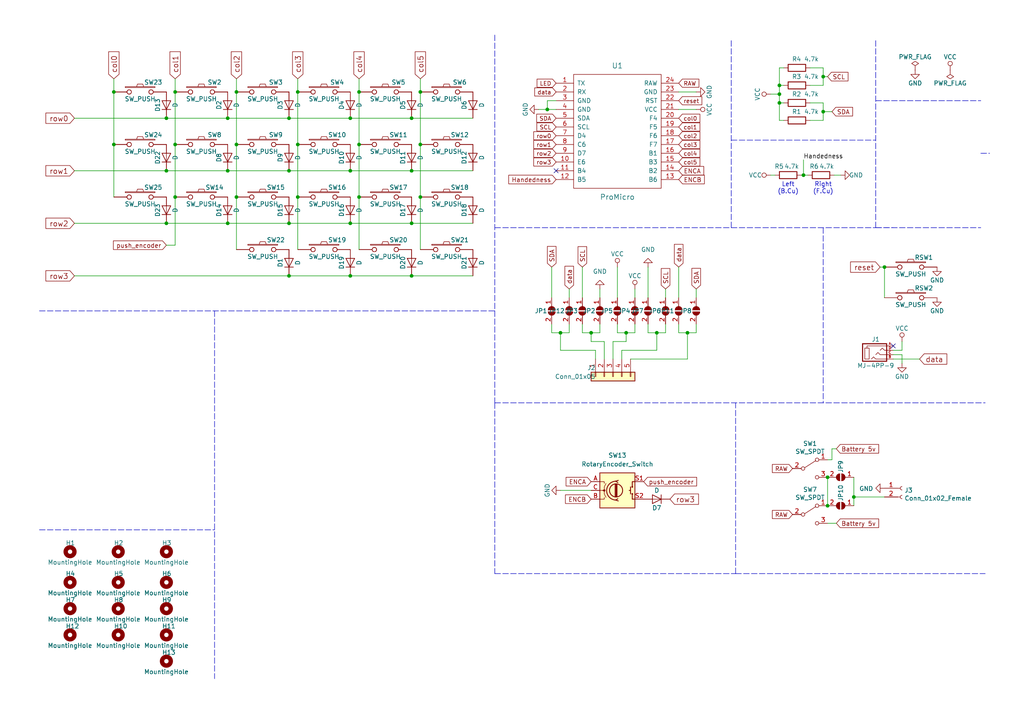
<source format=kicad_sch>
(kicad_sch (version 20231120) (generator "eeschema") (generator_version "8.0")
  (paper "A4")
  (title_block (title "Chocofi") (date "2023-04-17") (rev "0.2") (company "pashutk & krikun98 & vaarai & chukozor"))
  (lib_symbols
    (symbol "Connector:Conn_01x02_Female" (pin_names (offset 1.016) hide)
      (property "Reference" "J" (at 0 2.54 0))
      (property "Value" "Conn_01x02_Female" (at 0 -5.08 0))
      (symbol "Conn_01x02_Female_1_1"
        (pin passive line (at -5.08 0 0) (length 3.81) (name "Pin_1") (number "1"))
        (pin passive line (at -5.08 -2.54 0) (length 3.81) (name "Pin_2") (number "2"))
      )
    )
    (symbol "Connector_Generic:Conn_01x05" (pin_names (offset 1.016) hide)
      (property "Reference" "J" (at 0 7.62 0))
      (property "Value" "Conn_01x05" (at 0 -7.62 0))
      (symbol "Conn_01x05_1_1"
        (pin passive line (at -5.08 5.08 0) (length 3.81) (name "Pin_1") (number "1"))
        (pin passive line (at -5.08 2.54 0) (length 3.81) (name "Pin_2") (number "2"))
        (pin passive line (at -5.08 0 0) (length 3.81) (name "Pin_3") (number "3"))
        (pin passive line (at -5.08 -2.54 0) (length 3.81) (name "Pin_4") (number "4"))
        (pin passive line (at -5.08 -5.08 0) (length 3.81) (name "Pin_5") (number "5"))
      )
    )
    (symbol "Device:R" (pin_numbers hide) (pin_names (offset 0))
      (property "Reference" "R" (at 2.032 0 90))
      (property "Value" "R" (at 0 0 90))
      (symbol "R_1_1"
        (pin passive line (at 0 3.81 270) (length 1.27) (name "~") (number "1"))
        (pin passive line (at 0 -3.81 90) (length 1.27) (name "~") (number "2"))
      )
    )
    (symbol "Device:RotaryEncoder_Switch" (pin_names (offset 0.254) hide)
      (property "Reference" "SW" (at 0 6.604 0))
      (property "Value" "RotaryEncoder_Switch" (at 0 -6.604 0))
      (symbol "RotaryEncoder_Switch_1_1"
        (pin passive line (at -7.62 2.54 0) (length 2.54) (name "A") (number "A"))
        (pin passive line (at -7.62 -2.54 0) (length 2.54) (name "B") (number "B"))
        (pin passive line (at -7.62 0 0) (length 2.54) (name "C") (number "C"))
        (pin passive line (at 7.62 2.54 180) (length 2.54) (name "S1") (number "S1"))
        (pin passive line (at 7.62 -2.54 180) (length 2.54) (name "S2") (number "S2"))
      )
    )
    (symbol "Jumper:SolderJumper_2_Open" (pin_names (offset 0) hide)
      (property "Reference" "JP" (at 0 2.032 0))
      (property "Value" "SolderJumper_2_Open" (at 0 -2.54 0))
      (symbol "SolderJumper_2_Open_1_1"
        (pin passive line (at -3.81 0 0) (length 2.54) (name "A") (number "1"))
        (pin passive line (at 3.81 0 180) (length 2.54) (name "B") (number "2"))
      )
    )
    (symbol "Mechanical:MountingHole" (pin_names (offset 1.016)) (exclude_from_sim yes) (in_bom no)
      (property "Reference" "H" (at 0 5.08 0))
      (property "Value" "MountingHole" (at 0 3.175 0))
    )
    (symbol "MountingHole_1" (pin_numbers hide) (pin_names (offset 1.016) hide) (exclude_from_sim yes) (in_bom no)
      (property "Reference" "H" (at 0 5.08 0))
      (property "Value" "MountingHole" (at 0 3.175 0))
    )
    (symbol "Switch:SW_SPDT" (pin_names (offset 0) hide)
      (property "Reference" "SW" (at 0 4.318 0))
      (property "Value" "SW_SPDT" (at 0 -5.08 0))
      (symbol "SW_SPDT_1_1"
        (pin passive line (at 5.08 2.54 180) (length 2.54) (name "A") (number "1"))
        (pin passive line (at -5.08 0 0) (length 2.54) (name "B") (number "2"))
        (pin passive line (at 5.08 -2.54 180) (length 2.54) (name "C") (number "3"))
      )
    )
    (symbol "chocofi-rescue:D-Device" (pin_numbers hide) (pin_names (offset 1.016) hide)
      (property "Reference" "D" (at 0 2.54 0))
      (property "Value" "Device_D" (at 0 -2.54 0))
      (symbol "D-Device_1_1"
        (pin passive line (at -3.81 0 0) (length 2.54) (name "K") (number "1"))
        (pin passive line (at 3.81 0 180) (length 2.54) (name "A") (number "2"))
      )
    )
    (symbol "chocofi-rescue:GND-power" (power) (pin_names (offset 0))
      (property "Value" "GND-power" (at 0 -3.81 0))
      (symbol "GND-power_1_1"
        (pin power_in line (at 0 0 270) (length 0) hide (name "GND") (number "1"))
      )
    )
    (symbol "chocofi-rescue:MJ-4PP-9-kbd-corne-light-rescue" (pin_names (offset 1.016))
      (property "Reference" "J" (at 0 3.81 0))
      (property "Value" "corne-light-rescue_MJ-4PP-9-kbd" (at 0 -3.81 0))
      (symbol "MJ-4PP-9-kbd-corne-light-rescue_1_1"
        (pin input line (at 5.08 1.905 180) (length 2.0066) (name "~") (number "A"))
        (pin input line (at 5.08 -1.905 180) (length 2.0066) (name "~") (number "B"))
        (pin input line (at 5.08 -0.635 180) (length 2.0066) (name "~") (number "C"))
        (pin input line (at 5.08 0.635 180) (length 2.0066) (name "~") (number "D"))
      )
    )
    (symbol "chocofi-rescue:PWR_FLAG-power" (power) (pin_numbers hide) (pin_names (offset 0) hide)
      (property "Value" "PWR_FLAG-power" (at 0 3.81 0))
      (symbol "PWR_FLAG-power_0_0"
        (pin power_out line (at 0 0 90) (length 0) (name "pwr") (number "1"))
      )
    )
    (symbol "chocofi-rescue:SW_PUSH-kbd-corne-light-rescue" (pin_numbers hide) (pin_names (offset 1.016) hide)
      (property "Reference" "SW" (at 3.81 2.794 0))
      (property "Value" "corne-light-rescue_SW_PUSH-kbd" (at 0 -2.032 0))
      (symbol "SW_PUSH-kbd-corne-light-rescue_0_1"
        (pin passive inverted (at -7.62 0 0) (length 5.08) (name "1") (number "1"))
        (pin passive inverted (at 7.62 0 180) (length 5.08) (name "2") (number "2"))
      )
    )
    (symbol "chocofi-rescue:VCC-power" (power) (pin_names (offset 0))
      (property "Value" "VCC-power" (at 0 3.81 0))
      (symbol "VCC-power_1_1"
        (pin power_in line (at 0 0 90) (length 0) hide (name "VCC") (number "1"))
      )
    )
    (symbol "corne-light-rescue:ProMicro-kbd" (pin_names (offset 1.016))
      (property "Reference" "U" (at 0 24.13 0))
      (property "Value" "ProMicro-kbd" (at 0 -13.97 0))
      (symbol "ProMicro-kbd_1_1"
        (pin bidirectional line (at -17.78 19.05 0) (length 5.08) (name "TX") (number "1"))
        (pin bidirectional line (at -17.78 -3.81 0) (length 5.08) (name "E6") (number "10"))
        (pin bidirectional line (at -17.78 -6.35 0) (length 5.08) (name "B4") (number "11"))
        (pin bidirectional line (at -17.78 -8.89 0) (length 5.08) (name "B5") (number "12"))
        (pin bidirectional line (at 17.78 -8.89 180) (length 5.08) (name "B6") (number "13"))
        (pin bidirectional line (at 17.78 -6.35 180) (length 5.08) (name "B2") (number "14"))
        (pin bidirectional line (at 17.78 -3.81 180) (length 5.08) (name "B3") (number "15"))
        (pin bidirectional line (at 17.78 -1.27 180) (length 5.08) (name "B1") (number "16"))
        (pin bidirectional line (at 17.78 1.27 180) (length 5.08) (name "F7") (number "17"))
        (pin bidirectional line (at 17.78 3.81 180) (length 5.08) (name "F6") (number "18"))
        (pin bidirectional line (at 17.78 6.35 180) (length 5.08) (name "F5") (number "19"))
        (pin bidirectional line (at -17.78 16.51 0) (length 5.08) (name "RX") (number "2"))
        (pin bidirectional line (at 17.78 8.89 180) (length 5.08) (name "F4") (number "20"))
        (pin power_in line (at 17.78 11.43 180) (length 5.08) (name "VCC") (number "21"))
        (pin input line (at 17.78 13.97 180) (length 5.08) (name "RST") (number "22"))
        (pin power_in line (at 17.78 16.51 180) (length 5.08) (name "GND") (number "23"))
        (pin power_out line (at 17.78 19.05 180) (length 5.08) (name "RAW") (number "24"))
        (pin power_in line (at -17.78 13.97 0) (length 5.08) (name "GND") (number "3"))
        (pin power_in line (at -17.78 11.43 0) (length 5.08) (name "GND") (number "4"))
        (pin bidirectional line (at -17.78 8.89 0) (length 5.08) (name "SDA") (number "5"))
        (pin bidirectional line (at -17.78 6.35 0) (length 5.08) (name "SCL") (number "6"))
        (pin bidirectional line (at -17.78 3.81 0) (length 5.08) (name "D4") (number "7"))
        (pin bidirectional line (at -17.78 1.27 0) (length 5.08) (name "C6") (number "8"))
        (pin bidirectional line (at -17.78 -1.27 0) (length 5.08) (name "D7") (number "9"))
      )
    )
    (symbol "power:GND" (power) (pin_names (offset 0))
      (property "Value" "GND" (at 0 -3.81 0))
      (symbol "GND_1_1"
        (pin power_in line (at 0 0 270) (length 0) hide (name "GND") (number "1"))
      )
    )
  )
  (junction (at 66.04 49.53))
  (junction (at 66.04 64.77))
  (junction (at 68.58 41.91))
  (junction (at 162.56 96.52) (diameter 0.9144))
  (junction (at 233.045 50.8))
  (junction (at 83.82 49.53))
  (junction (at 199.39 96.52))
  (junction (at 226.06 27.305))
  (junction (at 256.54 77.47))
  (junction (at 119.38 49.53))
  (junction (at 119.38 64.77))
  (junction (at 121.92 57.15))
  (junction (at 119.38 80.01))
  (junction (at 83.82 80.01))
  (junction (at 240.03 138.43))
  (junction (at 238.76 22.225))
  (junction (at 158.75 31.75))
  (junction (at 121.92 26.67))
  (junction (at 238.76 32.385))
  (junction (at 86.36 41.91))
  (junction (at 181.61 96.52) (diameter 0.9144))
  (junction (at 121.92 41.91))
  (junction (at 86.36 57.15))
  (junction (at 50.8 57.15))
  (junction (at 50.8 26.67))
  (junction (at 86.36 26.67))
  (junction (at 48.26 64.77))
  (junction (at 104.14 26.67))
  (junction (at 226.06 24.765))
  (junction (at 190.5 96.52) (diameter 0.9144))
  (junction (at 240.03 146.685))
  (junction (at 48.26 34.29))
  (junction (at 226.06 29.845))
  (junction (at 68.58 26.67))
  (junction (at 119.38 34.29))
  (junction (at 171.45 96.52) (diameter 0.9144))
  (junction (at 104.14 41.91))
  (junction (at 101.6 64.77))
  (junction (at 68.58 57.15))
  (junction (at 247.65 144.145))
  (junction (at 48.26 49.53))
  (junction (at 33.02 41.91))
  (junction (at 101.6 49.53))
  (junction (at 83.82 34.29))
  (junction (at 101.6 34.29))
  (junction (at 33.02 26.67))
  (junction (at 101.6 80.01))
  (junction (at 66.04 34.29))
  (junction (at 83.82 64.77))
  (junction (at 50.8 41.91))
  (junction (at 104.14 57.15))
  (no_connect (at 259.08 100.33))
  (no_connect (at 161.29 49.53))
  (wire (pts (xy 201.93 83.82) (xy 201.93 86.36)))
  (wire (pts (xy 175.26 104.14) (xy 175.26 99.06)))
  (polyline (pts (xy 11.43 153.67) (xy 62.23 153.67)) (stroke (width 0) (type dash)))
  (wire (pts (xy 50.8 41.91) (xy 50.8 57.15)))
  (wire (pts (xy 48.26 34.29) (xy 66.04 34.29)))
  (wire (pts (xy 50.8 22.86) (xy 50.8 26.67)))
  (wire (pts (xy 261.62 101.6) (xy 261.62 99.06)))
  (wire (pts (xy 223.52 50.8) (xy 224.79 50.8)))
  (wire (pts (xy 119.38 80.01) (xy 137.16 80.01)))
  (wire (pts (xy 234.95 34.925) (xy 238.76 34.925)))
  (wire (pts (xy 238.76 24.765) (xy 238.76 22.225)))
  (polyline (pts (xy 62.23 90.17) (xy 62.23 196.85)) (stroke (width 0) (type dash)))
  (wire (pts (xy 86.36 57.15) (xy 86.36 72.39)))
  (wire (pts (xy 68.58 57.15) (xy 68.58 72.39)))
  (wire (pts (xy 161.29 29.21) (xy 158.75 29.21)))
  (polyline (pts (xy 254 66.04) (xy 284.48 66.04)) (stroke (width 0) (type dash)))
  (wire (pts (xy 187.96 93.98) (xy 187.96 96.52)))
  (wire (pts (xy 156.21 31.75) (xy 158.75 31.75)))
  (polyline (pts (xy 238.76 66.04) (xy 238.76 116.84)) (stroke (width 0) (type dash)))
  (wire (pts (xy 171.45 99.06) (xy 175.26 99.06)))
  (wire (pts (xy 196.85 96.52) (xy 199.39 96.52)))
  (wire (pts (xy 162.56 101.6) (xy 172.72 101.6)))
  (wire (pts (xy 180.34 101.6) (xy 190.5 101.6)))
  (wire (pts (xy 171.45 96.52) (xy 171.45 99.06)))
  (wire (pts (xy 50.8 71.12) (xy 50.8 57.15)))
  (wire (pts (xy 247.65 144.145) (xy 247.65 146.685)))
  (wire (pts (xy 48.26 64.77) (xy 66.04 64.77)))
  (polyline (pts (xy 143.51 10.16) (xy 143.51 90.17)) (stroke (width 0) (type dash)))
  (wire (pts (xy 66.04 34.29) (xy 83.82 34.29)))
  (wire (pts (xy 160.02 93.98) (xy 160.02 96.52)))
  (wire (pts (xy 259.08 102.87) (xy 261.62 102.87)))
  (polyline (pts (xy 213.36 166.37) (xy 213.36 116.84)) (stroke (width 0) (type dash)))
  (polyline (pts (xy 212.09 40.64) (xy 254 40.64)) (stroke (width 0) (type dash)))
  (wire (pts (xy 171.45 96.52) (xy 173.99 96.52)))
  (wire (pts (xy 68.58 41.91) (xy 68.58 57.15)))
  (wire (pts (xy 190.5 101.6) (xy 190.5 96.52)))
  (wire (pts (xy 181.61 96.52) (xy 184.15 96.52)))
  (wire (pts (xy 160.02 96.52) (xy 162.56 96.52)))
  (wire (pts (xy 233.045 50.8) (xy 233.045 46.355)))
  (wire (pts (xy 232.41 50.8) (xy 233.045 50.8)))
  (wire (pts (xy 101.6 80.01) (xy 119.38 80.01)))
  (wire (pts (xy 196.85 93.98) (xy 196.85 96.52)))
  (wire (pts (xy 259.08 101.6) (xy 261.62 101.6)))
  (wire (pts (xy 101.6 64.77) (xy 119.38 64.77)))
  (wire (pts (xy 104.14 22.86) (xy 104.14 26.67)))
  (wire (pts (xy 180.34 104.14) (xy 180.34 101.6)))
  (wire (pts (xy 226.06 34.925) (xy 227.33 34.925)))
  (wire (pts (xy 226.06 24.765) (xy 227.33 24.765)))
  (wire (pts (xy 226.06 29.845) (xy 226.06 34.925)))
  (wire (pts (xy 238.76 24.765) (xy 234.95 24.765)))
  (wire (pts (xy 187.96 77.47) (xy 187.96 86.36)))
  (wire (pts (xy 168.91 77.47) (xy 168.91 86.36)))
  (wire (pts (xy 68.58 26.67) (xy 68.58 41.91)))
  (wire (pts (xy 201.93 93.98) (xy 201.93 96.52)))
  (wire (pts (xy 121.92 26.67) (xy 121.92 41.91)))
  (wire (pts (xy 121.92 57.15) (xy 121.92 72.39)))
  (wire (pts (xy 190.5 96.52) (xy 193.04 96.52)))
  (wire (pts (xy 86.36 26.67) (xy 86.36 41.91)))
  (wire (pts (xy 238.76 32.385) (xy 241.3 32.385)))
  (wire (pts (xy 83.82 34.29) (xy 101.6 34.29)))
  (wire (pts (xy 199.39 96.52) (xy 201.93 96.52)))
  (wire (pts (xy 101.6 34.29) (xy 119.38 34.29)))
  (polyline (pts (xy 213.36 166.37) (xy 285.75 166.37)) (stroke (width 0) (type dash)))
  (wire (pts (xy 50.8 26.67) (xy 50.8 41.91)))
  (wire (pts (xy 226.06 29.845) (xy 227.33 29.845)))
  (polyline (pts (xy 143.51 66.04) (xy 254 66.04)) (stroke (width 0) (type dash)))
  (wire (pts (xy 226.06 24.765) (xy 226.06 27.305)))
  (wire (pts (xy 160.02 77.47) (xy 160.02 86.36)))
  (wire (pts (xy 179.07 96.52) (xy 181.61 96.52)))
  (wire (pts (xy 256.54 144.145) (xy 247.65 144.145)))
  (wire (pts (xy 83.82 49.53) (xy 101.6 49.53)))
  (wire (pts (xy 48.26 71.12) (xy 50.8 71.12)))
  (wire (pts (xy 66.04 49.53) (xy 83.82 49.53)))
  (polyline (pts (xy 143.51 116.84) (xy 143.51 166.37)) (stroke (width 0) (type dash)))
  (wire (pts (xy 66.04 64.77) (xy 83.82 64.77)))
  (wire (pts (xy 240.03 133.35) (xy 241.3 133.35)))
  (wire (pts (xy 240.03 151.765) (xy 242.57 151.765)))
  (wire (pts (xy 234.95 19.685) (xy 238.76 19.685)))
  (wire (pts (xy 238.76 19.685) (xy 238.76 22.225)))
  (wire (pts (xy 196.85 31.75) (xy 201.93 31.75)))
  (wire (pts (xy 184.15 83.82) (xy 184.15 86.36)))
  (wire (pts (xy 162.56 142.24) (xy 171.45 142.24)))
  (wire (pts (xy 172.72 104.14) (xy 172.72 101.6)))
  (wire (pts (xy 177.8 99.06) (xy 181.61 99.06)))
  (polyline (pts (xy 254 66.04) (xy 259.08 66.04)) (stroke (width 0) (type dash)))
  (wire (pts (xy 33.02 26.67) (xy 33.02 41.91)))
  (wire (pts (xy 121.92 41.91) (xy 121.92 57.15)))
  (wire (pts (xy 162.56 96.52) (xy 165.1 96.52)))
  (wire (pts (xy 173.99 93.98) (xy 173.99 96.52)))
  (wire (pts (xy 196.85 77.47) (xy 196.85 86.36)))
  (polyline (pts (xy 254 29.21) (xy 284.48 29.21)) (stroke (width 0) (type dash)))
  (wire (pts (xy 83.82 80.01) (xy 101.6 80.01)))
  (wire (pts (xy 21.59 49.53) (xy 48.26 49.53)))
  (wire (pts (xy 121.92 22.86) (xy 121.92 26.67)))
  (wire (pts (xy 223.52 27.305) (xy 226.06 27.305)))
  (wire (pts (xy 21.59 34.29) (xy 48.26 34.29)))
  (wire (pts (xy 179.07 93.98) (xy 179.07 96.52)))
  (wire (pts (xy 184.15 93.98) (xy 184.15 96.52)))
  (wire (pts (xy 179.07 77.47) (xy 179.07 86.36)))
  (wire (pts (xy 241.3 130.175) (xy 242.57 130.175)))
  (wire (pts (xy 21.59 64.77) (xy 48.26 64.77)))
  (polyline (pts (xy 143.51 166.37) (xy 213.36 166.37)) (stroke (width 0) (type dash)))
  (wire (pts (xy 168.91 96.52) (xy 171.45 96.52)))
  (wire (pts (xy 259.08 104.14) (xy 266.7 104.14)))
  (wire (pts (xy 21.59 80.01) (xy 83.82 80.01)))
  (wire (pts (xy 256.54 77.47) (xy 256.54 86.36)))
  (wire (pts (xy 119.38 34.29) (xy 137.16 34.29)))
  (wire (pts (xy 241.935 50.8) (xy 243.84 50.8)))
  (wire (pts (xy 261.62 102.87) (xy 261.62 105.41)))
  (wire (pts (xy 233.045 50.8) (xy 234.315 50.8)))
  (wire (pts (xy 226.06 27.305) (xy 226.06 29.845)))
  (wire (pts (xy 226.06 19.685) (xy 227.33 19.685)))
  (wire (pts (xy 241.3 133.35) (xy 241.3 130.175)))
  (wire (pts (xy 158.75 31.75) (xy 161.29 31.75)))
  (wire (pts (xy 162.56 96.52) (xy 162.56 101.6)))
  (wire (pts (xy 119.38 49.53) (xy 137.16 49.53)))
  (wire (pts (xy 104.14 26.67) (xy 104.14 41.91)))
  (polyline (pts (xy 143.51 116.84) (xy 285.75 116.84)) (stroke (width 0) (type dash)))
  (wire (pts (xy 104.14 41.91) (xy 104.14 57.15)))
  (wire (pts (xy 193.04 83.82) (xy 193.04 86.36)))
  (wire (pts (xy 238.76 32.385) (xy 238.76 34.925)))
  (wire (pts (xy 86.36 22.86) (xy 86.36 26.67)))
  (wire (pts (xy 165.1 93.98) (xy 165.1 96.52)))
  (wire (pts (xy 48.26 49.53) (xy 66.04 49.53)))
  (polyline (pts (xy 11.43 90.17) (xy 143.51 90.17)) (stroke (width 0) (type dash)))
  (polyline (pts (xy 284.48 44.45) (xy 287.02 44.45)) (stroke (width 0) (type dash)))
  (polyline (pts (xy 254 66.04) (xy 254 11.43)) (stroke (width 0) (type dash)))
  (wire (pts (xy 196.85 26.67) (xy 201.93 26.67)))
  (wire (pts (xy 247.65 138.43) (xy 247.65 144.145)))
  (wire (pts (xy 173.99 83.82) (xy 173.99 86.36)))
  (wire (pts (xy 193.04 93.98) (xy 193.04 96.52)))
  (wire (pts (xy 104.14 57.15) (xy 104.14 72.39)))
  (wire (pts (xy 33.02 41.91) (xy 33.02 57.15)))
  (wire (pts (xy 255.27 77.47) (xy 256.54 77.47)))
  (wire (pts (xy 177.8 104.14) (xy 177.8 99.06)))
  (wire (pts (xy 238.76 22.225) (xy 240.03 22.225)))
  (wire (pts (xy 182.88 104.14) (xy 199.39 104.14)))
  (wire (pts (xy 238.76 29.845) (xy 234.95 29.845)))
  (wire (pts (xy 33.02 22.86) (xy 33.02 26.67)))
  (wire (pts (xy 168.91 93.98) (xy 168.91 96.52)))
  (wire (pts (xy 187.96 96.52) (xy 190.5 96.52)))
  (wire (pts (xy 68.58 22.86) (xy 68.58 26.67)))
  (wire (pts (xy 101.6 49.53) (xy 119.38 49.53)))
  (wire (pts (xy 226.06 24.765) (xy 226.06 19.685)))
  (wire (pts (xy 181.61 99.06) (xy 181.61 96.52)))
  (wire (pts (xy 238.76 32.385) (xy 238.76 29.845)))
  (polyline (pts (xy 143.51 90.17) (xy 143.51 116.84)) (stroke (width 0) (type dash)))
  (wire (pts (xy 165.1 83.82) (xy 165.1 86.36)))
  (wire (pts (xy 158.75 29.21) (xy 158.75 31.75)))
  (polyline (pts (xy 212.09 66.04) (xy 212.09 11.43)) (stroke (width 0) (type dash)))
  (wire (pts (xy 199.39 104.14) (xy 199.39 96.52)))
  (wire (pts (xy 83.82 64.77) (xy 101.6 64.77)))
  (wire (pts (xy 86.36 41.91) (xy 86.36 57.15)))
  (wire (pts (xy 240.03 138.43) (xy 240.03 146.685)))
  (wire (pts (xy 119.38 64.77) (xy 137.16 64.77)))
  (text "Left\n(B.Cu)" (at 228.6 54.61 0) (effects (font (size 1.27 1.27))))
  (text "Right\n(F.Cu)" (at 238.76 54.61 0) (effects (font (size 1.27 1.27))))
  (label "Handedness" (at 233.045 46.355 0))
  (global_label "Battery 5v" (shape input) (at 242.57 130.175 0) (property "Intersheetrefs" "${INTERSHEET_REFS}" (effects (hide yes))))
  (global_label "row3" (shape input) (at 161.29 46.99 180) (effects (font (size 1.1938 1.1938))) (property "Intersheetrefs" "${INTERSHEET_REFS}" (effects (hide yes))))
  (global_label "row3" (shape input) (at 194.31 144.78 0) (effects (font (size 1.524 1.524))) (property "Intersheetrefs" "${INTERSHEET_REFS}" (effects (hide yes))))
  (global_label "data" (shape input) (at 161.29 26.67 180) (effects (font (size 1.1938 1.1938))) (property "Intersheetrefs" "${INTERSHEET_REFS}" (effects (hide yes))))
  (global_label "push_encoder" (shape input) (at 48.26 71.12 180) (property "Intersheetrefs" "${INTERSHEET_REFS}" (effects (hide yes))))
  (global_label "ENCA" (shape input) (at 171.45 139.7 180) (property "Intersheetrefs" "${INTERSHEET_REFS}" (effects (hide yes))))
  (global_label "Battery 5v" (shape input) (at 242.57 151.765 0) (property "Intersheetrefs" "${INTERSHEET_REFS}" (effects (hide yes))))
  (global_label "col3" (shape input) (at 196.85 41.91 0) (effects (font (size 1.1938 1.1938))) (property "Intersheetrefs" "${INTERSHEET_REFS}" (effects (hide yes))))
  (global_label "data" (shape input) (at 196.85 77.47 90) (property "Intersheetrefs" "${INTERSHEET_REFS}" (effects (hide yes))))
  (global_label "SDA" (shape input) (at 161.29 34.29 180) (effects (font (size 1.1938 1.1938))) (property "Intersheetrefs" "${INTERSHEET_REFS}" (effects (hide yes))))
  (global_label "data" (shape input) (at 165.1 83.82 90) (property "Intersheetrefs" "${INTERSHEET_REFS}" (effects (hide yes))))
  (global_label "col0" (shape input) (at 33.02 22.86 90) (effects (font (size 1.524 1.524))) (property "Intersheetrefs" "${INTERSHEET_REFS}" (effects (hide yes))))
  (global_label "row0" (shape input) (at 21.59 34.29 180) (effects (font (size 1.524 1.524))) (property "Intersheetrefs" "${INTERSHEET_REFS}" (effects (hide yes))))
  (global_label "SCL" (shape input) (at 168.91 77.47 90) (property "Intersheetrefs" "${INTERSHEET_REFS}" (effects (hide yes))))
  (global_label "row1" (shape input) (at 161.29 41.91 180) (effects (font (size 1.1938 1.1938))) (property "Intersheetrefs" "${INTERSHEET_REFS}" (effects (hide yes))))
  (global_label "Handedness" (shape input) (at 161.29 52.07 180) (property "Intersheetrefs" "${INTERSHEET_REFS}" (effects (hide yes))))
  (global_label "SCL" (shape input) (at 193.04 83.82 90) (property "Intersheetrefs" "${INTERSHEET_REFS}" (effects (hide yes))))
  (global_label "RAW" (shape input) (at 229.87 149.225 180) (effects (font (size 1.1938 1.1938))) (property "Intersheetrefs" "${INTERSHEET_REFS}" (effects (hide yes))))
  (global_label "row1" (shape input) (at 21.59 49.53 180) (effects (font (size 1.524 1.524))) (property "Intersheetrefs" "${INTERSHEET_REFS}" (effects (hide yes))))
  (global_label "row2" (shape input) (at 161.29 44.45 180) (effects (font (size 1.1938 1.1938))) (property "Intersheetrefs" "${INTERSHEET_REFS}" (effects (hide yes))))
  (global_label "row0" (shape input) (at 161.29 39.37 180) (effects (font (size 1.1938 1.1938))) (property "Intersheetrefs" "${INTERSHEET_REFS}" (effects (hide yes))))
  (global_label "push_encoder" (shape input) (at 186.69 139.7 0) (property "Intersheetrefs" "${INTERSHEET_REFS}" (effects (hide yes))))
  (global_label "data" (shape input) (at 266.7 104.14 0) (effects (font (size 1.524 1.524))) (property "Intersheetrefs" "${INTERSHEET_REFS}" (effects (hide yes))))
  (global_label "RAW" (shape input) (at 196.85 24.13 0) (effects (font (size 1.1938 1.1938))) (property "Intersheetrefs" "${INTERSHEET_REFS}" (effects (hide yes))))
  (global_label "row2" (shape input) (at 21.59 64.77 180) (effects (font (size 1.524 1.524))) (property "Intersheetrefs" "${INTERSHEET_REFS}" (effects (hide yes))))
  (global_label "RAW" (shape input) (at 229.87 135.89 180) (effects (font (size 1.1938 1.1938))) (property "Intersheetrefs" "${INTERSHEET_REFS}" (effects (hide yes))))
  (global_label "col4" (shape input) (at 104.14 22.86 90) (effects (font (size 1.524 1.524))) (property "Intersheetrefs" "${INTERSHEET_REFS}" (effects (hide yes))))
  (global_label "col2" (shape input) (at 68.58 22.86 90) (effects (font (size 1.524 1.524))) (property "Intersheetrefs" "${INTERSHEET_REFS}" (effects (hide yes))))
  (global_label "col5" (shape input) (at 196.85 46.99 0) (effects (font (size 1.1938 1.1938))) (property "Intersheetrefs" "${INTERSHEET_REFS}" (effects (hide yes))))
  (global_label "row3" (shape input) (at 21.59 80.01 180) (effects (font (size 1.524 1.524))) (property "Intersheetrefs" "${INTERSHEET_REFS}" (effects (hide yes))))
  (global_label "reset" (shape input) (at 255.27 77.47 180) (effects (font (size 1.524 1.524))) (property "Intersheetrefs" "${INTERSHEET_REFS}" (effects (hide yes))))
  (global_label "col5" (shape input) (at 121.92 22.86 90) (effects (font (size 1.524 1.524))) (property "Intersheetrefs" "${INTERSHEET_REFS}" (effects (hide yes))))
  (global_label "SDA" (shape input) (at 241.3 32.385 0) (property "Intersheetrefs" "${INTERSHEET_REFS}" (effects (hide yes))))
  (global_label "LED" (shape input) (at 161.29 24.13 180) (effects (font (size 1.1938 1.1938))) (property "Intersheetrefs" "${INTERSHEET_REFS}" (effects (hide yes))))
  (global_label "col4" (shape input) (at 196.85 44.45 0) (effects (font (size 1.1938 1.1938))) (property "Intersheetrefs" "${INTERSHEET_REFS}" (effects (hide yes))))
  (global_label "col0" (shape input) (at 196.85 34.29 0) (effects (font (size 1.1938 1.1938))) (property "Intersheetrefs" "${INTERSHEET_REFS}" (effects (hide yes))))
  (global_label "ENCB" (shape input) (at 171.45 144.78 180) (property "Intersheetrefs" "${INTERSHEET_REFS}" (effects (hide yes))))
  (global_label "col1" (shape input) (at 50.8 22.86 90) (effects (font (size 1.524 1.524))) (property "Intersheetrefs" "${INTERSHEET_REFS}" (effects (hide yes))))
  (global_label "SDA" (shape input) (at 160.02 77.47 90) (property "Intersheetrefs" "${INTERSHEET_REFS}" (effects (hide yes))))
  (global_label "ENCA" (shape input) (at 196.85 49.53 0) (property "Intersheetrefs" "${INTERSHEET_REFS}" (effects (hide yes))))
  (global_label "reset" (shape input) (at 196.85 29.21 0) (effects (font (size 1.1938 1.1938))) (property "Intersheetrefs" "${INTERSHEET_REFS}" (effects (hide yes))))
  (global_label "SCL" (shape input) (at 161.29 36.83 180) (effects (font (size 1.1938 1.1938))) (property "Intersheetrefs" "${INTERSHEET_REFS}" (effects (hide yes))))
  (global_label "SCL" (shape input) (at 240.03 22.225 0) (property "Intersheetrefs" "${INTERSHEET_REFS}" (effects (hide yes))))
  (global_label "ENCB" (shape input) (at 196.85 52.07 0) (property "Intersheetrefs" "${INTERSHEET_REFS}" (effects (hide yes))))
  (global_label "col1" (shape input) (at 196.85 36.83 0) (effects (font (size 1.1938 1.1938))) (property "Intersheetrefs" "${INTERSHEET_REFS}" (effects (hide yes))))
  (global_label "col2" (shape input) (at 196.85 39.37 0) (effects (font (size 1.1938 1.1938))) (property "Intersheetrefs" "${INTERSHEET_REFS}" (effects (hide yes))))
  (global_label "SDA" (shape input) (at 201.93 83.82 90) (property "Intersheetrefs" "${INTERSHEET_REFS}" (effects (hide yes))))
  (global_label "col3" (shape input) (at 86.36 22.86 90) (effects (font (size 1.524 1.524))) (property "Intersheetrefs" "${INTERSHEET_REFS}" (effects (hide yes))))
  (symbol (lib_id "corne-light-rescue:ProMicro-kbd") (at 179.07 43.18 0) (unit 1)
    (property "Reference" "U1" (at 179.07 19.05 0) (effects (font (size 1.524 1.524))))
    (property "Value" "ProMicro" (at 179.07 57.15 0) (effects (font (size 1.524 1.524))))
    (property "Footprint" "kbd:ProMicro_v2" (effects (hide yes)))
  )
  (symbol (lib_id "chocofi-rescue:SW_PUSH-kbd-corne-light-rescue") (at 58.42 26.67 0) (unit 1)
    (property "Reference" "SW2" (at 62.23 23.876 0))
    (property "Value" "SW_PUSH" (at 58.42 28.702 0))
    (property "Footprint" "keyswitches:Kailh_socket_PG1350_reversible" (effects (hide yes)))
  )
  (symbol (lib_id "chocofi-rescue:D-Device") (at 66.04 30.48 90) (unit 1)
    (property "Reference" "D2" (at 63.5 30.48 0))
    (property "Value" "D" (at 68.58 30.48 0))
    (property "Footprint" "kbd:D3_TH_SMD" (effects (hide yes)))
  )
  (symbol (lib_id "chocofi-rescue:SW_PUSH-kbd-corne-light-rescue") (at 76.2 26.67 0) (unit 1)
    (property "Reference" "SW3" (at 80.01 23.876 0))
    (property "Value" "SW_PUSH" (at 76.2 28.702 0))
    (property "Footprint" "keyswitches:Kailh_socket_PG1350_reversible" (effects (hide yes)))
  )
  (symbol (lib_id "chocofi-rescue:D-Device") (at 83.82 30.48 90) (unit 1)
    (property "Reference" "D3" (at 81.28 30.48 0))
    (property "Value" "D" (at 86.36 30.48 0))
    (property "Footprint" "kbd:D3_TH_SMD" (effects (hide yes)))
  )
  (symbol (lib_id "chocofi-rescue:SW_PUSH-kbd-corne-light-rescue") (at 93.98 26.67 0) (unit 1)
    (property "Reference" "SW4" (at 97.79 23.876 0))
    (property "Value" "SW_PUSH" (at 93.98 28.702 0))
    (property "Footprint" "keyswitches:Kailh_socket_PG1350_reversible" (effects (hide yes)))
  )
  (symbol (lib_id "chocofi-rescue:SW_PUSH-kbd-corne-light-rescue") (at 111.76 26.67 0) (unit 1)
    (property "Reference" "SW5" (at 115.57 23.876 0))
    (property "Value" "SW_PUSH" (at 111.76 28.702 0))
    (property "Footprint" "keyswitches:Kailh_socket_PG1350_reversible" (effects (hide yes)))
  )
  (symbol (lib_id "chocofi-rescue:SW_PUSH-kbd-corne-light-rescue") (at 129.54 26.67 0) (unit 1)
    (property "Reference" "SW6" (at 133.35 23.876 0))
    (property "Value" "SW_PUSH" (at 129.54 28.702 0))
    (property "Footprint" "keyswitches:Kailh_socket_PG1350_reversible" (effects (hide yes)))
  )
  (symbol (lib_id "chocofi-rescue:D-Device") (at 101.6 30.48 90) (unit 1)
    (property "Reference" "D4" (at 99.06 30.48 0))
    (property "Value" "D" (at 104.14 30.48 0))
    (property "Footprint" "kbd:D3_TH_SMD" (effects (hide yes)))
  )
  (symbol (lib_id "chocofi-rescue:D-Device") (at 119.38 30.48 90) (unit 1)
    (property "Reference" "D5" (at 116.84 30.48 0))
    (property "Value" "D" (at 121.92 30.48 0))
    (property "Footprint" "kbd:D3_TH_SMD" (effects (hide yes)))
  )
  (symbol (lib_id "chocofi-rescue:D-Device") (at 137.16 30.48 90) (unit 1)
    (property "Reference" "D6" (at 134.62 30.48 0))
    (property "Value" "D" (at 139.7 30.48 0))
    (property "Footprint" "kbd:D3_TH_SMD" (effects (hide yes)))
  )
  (symbol (lib_id "chocofi-rescue:SW_PUSH-kbd-corne-light-rescue") (at 58.42 41.91 0) (unit 1)
    (property "Reference" "SW8" (at 62.23 39.116 0))
    (property "Value" "SW_PUSH" (at 58.42 43.942 0))
    (property "Footprint" "keyswitches:Kailh_socket_PG1350_reversible" (effects (hide yes)))
  )
  (symbol (lib_id "chocofi-rescue:D-Device") (at 66.04 45.72 90) (unit 1)
    (property "Reference" "D8" (at 63.5 45.72 0))
    (property "Value" "D" (at 68.58 45.72 0))
    (property "Footprint" "kbd:D3_TH_SMD" (effects (hide yes)))
  )
  (symbol (lib_id "chocofi-rescue:SW_PUSH-kbd-corne-light-rescue") (at 76.2 41.91 0) (unit 1)
    (property "Reference" "SW9" (at 80.01 39.116 0))
    (property "Value" "SW_PUSH" (at 76.2 43.942 0))
    (property "Footprint" "keyswitches:Kailh_socket_PG1350_reversible" (effects (hide yes)))
  )
  (symbol (lib_id "chocofi-rescue:D-Device") (at 83.82 45.72 90) (unit 1)
    (property "Reference" "D9" (at 81.28 45.72 0))
    (property "Value" "D" (at 86.36 45.72 0))
    (property "Footprint" "kbd:D3_TH_SMD" (effects (hide yes)))
  )
  (symbol (lib_id "chocofi-rescue:SW_PUSH-kbd-corne-light-rescue") (at 93.98 41.91 0) (unit 1)
    (property "Reference" "SW10" (at 97.79 39.116 0))
    (property "Value" "SW_PUSH" (at 93.98 43.942 0))
    (property "Footprint" "keyswitches:Kailh_socket_PG1350_reversible" (effects (hide yes)))
  )
  (symbol (lib_id "chocofi-rescue:SW_PUSH-kbd-corne-light-rescue") (at 111.76 41.91 0) (unit 1)
    (property "Reference" "SW11" (at 115.57 39.116 0))
    (property "Value" "SW_PUSH" (at 111.76 43.942 0))
    (property "Footprint" "keyswitches:Kailh_socket_PG1350_reversible" (effects (hide yes)))
  )
  (symbol (lib_id "chocofi-rescue:SW_PUSH-kbd-corne-light-rescue") (at 129.54 41.91 0) (unit 1)
    (property "Reference" "SW12" (at 133.35 39.116 0))
    (property "Value" "SW_PUSH" (at 129.54 43.942 0))
    (property "Footprint" "keyswitches:Kailh_socket_PG1350_reversible" (effects (hide yes)))
  )
  (symbol (lib_id "chocofi-rescue:D-Device") (at 101.6 45.72 90) (unit 1)
    (property "Reference" "D10" (at 99.06 45.72 0))
    (property "Value" "D" (at 104.14 45.72 0))
    (property "Footprint" "kbd:D3_TH_SMD" (effects (hide yes)))
  )
  (symbol (lib_id "chocofi-rescue:D-Device") (at 119.38 45.72 90) (unit 1)
    (property "Reference" "D11" (at 116.84 45.72 0))
    (property "Value" "D" (at 121.92 45.72 0))
    (property "Footprint" "kbd:D3_TH_SMD" (effects (hide yes)))
  )
  (symbol (lib_id "chocofi-rescue:D-Device") (at 137.16 45.72 90) (unit 1)
    (property "Reference" "D12" (at 134.62 45.72 0))
    (property "Value" "D" (at 139.7 45.72 0))
    (property "Footprint" "kbd:D3_TH_SMD" (effects (hide yes)))
  )
  (symbol (lib_id "chocofi-rescue:SW_PUSH-kbd-corne-light-rescue") (at 58.42 57.15 0) (unit 1)
    (property "Reference" "SW14" (at 62.23 54.356 0))
    (property "Value" "SW_PUSH" (at 58.42 59.182 0))
    (property "Footprint" "keyswitches:Kailh_socket_PG1350_reversible" (effects (hide yes)))
  )
  (symbol (lib_id "chocofi-rescue:D-Device") (at 66.04 60.96 90) (unit 1)
    (property "Reference" "D14" (at 63.5 60.96 0))
    (property "Value" "D" (at 68.58 60.96 0))
    (property "Footprint" "kbd:D3_TH_SMD" (effects (hide yes)))
  )
  (symbol (lib_id "chocofi-rescue:SW_PUSH-kbd-corne-light-rescue") (at 76.2 57.15 0) (unit 1)
    (property "Reference" "SW15" (at 80.01 54.356 0))
    (property "Value" "SW_PUSH" (at 76.2 59.182 0))
    (property "Footprint" "keyswitches:Kailh_socket_PG1350_reversible" (effects (hide yes)))
  )
  (symbol (lib_id "chocofi-rescue:D-Device") (at 83.82 60.96 90) (unit 1)
    (property "Reference" "D15" (at 81.28 60.96 0))
    (property "Value" "D" (at 86.36 60.96 0))
    (property "Footprint" "kbd:D3_TH_SMD" (effects (hide yes)))
  )
  (symbol (lib_id "chocofi-rescue:SW_PUSH-kbd-corne-light-rescue") (at 93.98 57.15 0) (unit 1)
    (property "Reference" "SW16" (at 97.79 54.356 0))
    (property "Value" "SW_PUSH" (at 93.98 59.182 0))
    (property "Footprint" "keyswitches:Kailh_socket_PG1350_reversible" (effects (hide yes)))
  )
  (symbol (lib_id "chocofi-rescue:SW_PUSH-kbd-corne-light-rescue") (at 111.76 57.15 0) (unit 1)
    (property "Reference" "SW17" (at 115.57 54.356 0))
    (property "Value" "SW_PUSH" (at 111.76 59.182 0))
    (property "Footprint" "keyswitches:Kailh_socket_PG1350_reversible" (effects (hide yes)))
  )
  (symbol (lib_id "chocofi-rescue:SW_PUSH-kbd-corne-light-rescue") (at 129.54 57.15 0) (unit 1)
    (property "Reference" "SW18" (at 133.35 54.356 0))
    (property "Value" "SW_PUSH" (at 129.54 59.182 0))
    (property "Footprint" "keyswitches:Kailh_socket_PG1350_reversible" (effects (hide yes)))
  )
  (symbol (lib_id "chocofi-rescue:D-Device") (at 101.6 60.96 90) (unit 1)
    (property "Reference" "D16" (at 99.06 60.96 0))
    (property "Value" "D" (at 104.14 60.96 0))
    (property "Footprint" "kbd:D3_TH_SMD" (effects (hide yes)))
  )
  (symbol (lib_id "chocofi-rescue:D-Device") (at 119.38 60.96 90) (unit 1)
    (property "Reference" "D17" (at 116.84 60.96 0))
    (property "Value" "D" (at 121.92 60.96 0))
    (property "Footprint" "kbd:D3_TH_SMD" (effects (hide yes)))
  )
  (symbol (lib_id "chocofi-rescue:D-Device") (at 137.16 60.96 90) (unit 1)
    (property "Reference" "D18" (at 134.62 60.96 0))
    (property "Value" "D" (at 139.7 60.96 0))
    (property "Footprint" "kbd:D3_TH_SMD" (effects (hide yes)))
  )
  (symbol (lib_id "chocofi-rescue:SW_PUSH-kbd-corne-light-rescue") (at 111.76 72.39 0) (unit 1)
    (property "Reference" "SW20" (at 115.57 69.596 0))
    (property "Value" "SW_PUSH" (at 111.76 74.422 0))
    (property "Footprint" "keyswitches:Kailh_socket_PG1350_reversible" (effects (hide yes)))
  )
  (symbol (lib_id "chocofi-rescue:D-Device") (at 119.38 76.2 90) (unit 1)
    (property "Reference" "D20" (at 116.84 76.2 0))
    (property "Value" "D" (at 121.92 76.2 0))
    (property "Footprint" "kbd:D3_TH_SMD" (effects (hide yes)))
  )
  (symbol (lib_id "chocofi-rescue:SW_PUSH-kbd-corne-light-rescue") (at 129.54 72.39 0) (unit 1)
    (property "Reference" "SW21" (at 133.35 69.596 0))
    (property "Value" "SW_PUSH" (at 129.54 74.422 0))
    (property "Footprint" "keyswitches:Kailh_socket_PG1350_reversible" (effects (hide yes)))
  )
  (symbol (lib_id "chocofi-rescue:D-Device") (at 137.16 76.2 90) (unit 1)
    (property "Reference" "D21" (at 134.62 76.2 0))
    (property "Value" "D" (at 139.7 76.2 0))
    (property "Footprint" "kbd:D3_TH_SMD" (effects (hide yes)))
  )
  (symbol (lib_id "chocofi-rescue:SW_PUSH-kbd-corne-light-rescue") (at 93.98 72.39 0) (unit 1)
    (property "Reference" "SW19" (at 97.79 69.596 0))
    (property "Value" "SW_PUSH" (at 93.98 74.422 0))
    (property "Footprint" "keyswitches:Kailh_socket_PG1350_reversible" (effects (hide yes)))
  )
  (symbol (lib_id "chocofi-rescue:D-Device") (at 101.6 76.2 90) (unit 1)
    (property "Reference" "D19" (at 99.06 76.2 0))
    (property "Value" "D" (at 104.14 76.2 0))
    (property "Footprint" "kbd:D3_TH_SMD" (effects (hide yes)))
  )
  (symbol (lib_id "chocofi-rescue:GND-power") (at 201.93 26.67 90) (unit 1)
    (property "Reference" "#PWR03" (effects (hide yes)))
    (property "Value" "GND" (at 205.74 26.67 0))
  )
  (symbol (lib_id "chocofi-rescue:VCC-power") (at 201.93 31.75 270) (unit 1)
    (property "Reference" "#PWR05" (effects (hide yes)))
    (property "Value" "VCC" (at 205.74 31.75 0))
  )
  (symbol (lib_id "chocofi-rescue:GND-power") (at 156.21 31.75 270) (unit 1)
    (property "Reference" "#PWR04" (effects (hide yes)))
    (property "Value" "GND" (at 152.4 31.75 0))
  )
  (symbol (lib_id "chocofi-rescue:GND-power") (at 265.43 20.32 0) (unit 1)
    (property "Reference" "#PWR01" (effects (hide yes)))
    (property "Value" "GND" (at 265.43 24.13 0))
  )
  (symbol (lib_id "chocofi-rescue:VCC-power") (at 275.59 20.32 0) (unit 1)
    (property "Reference" "#PWR02" (effects (hide yes)))
    (property "Value" "VCC" (at 275.59 16.51 0))
  )
  (symbol (lib_id "chocofi-rescue:PWR_FLAG-power") (at 275.59 20.32 180) (unit 1)
    (property "Reference" "#FLG02" (effects (hide yes)))
    (property "Value" "PWR_FLAG" (at 275.59 24.13 0))
  )
  (symbol (lib_id "chocofi-rescue:PWR_FLAG-power") (at 265.43 20.32 0) (unit 1)
    (property "Reference" "#FLG01" (effects (hide yes)))
    (property "Value" "PWR_FLAG" (at 265.43 16.51 0))
  )
  (symbol (lib_id "chocofi-rescue:SW_PUSH-kbd-corne-light-rescue") (at 264.16 77.47 0) (unit 1)
    (property "Reference" "RSW1" (at 267.97 74.676 0))
    (property "Value" "SW_PUSH" (at 264.16 79.502 0))
    (property "Footprint" "Button_Switch_SMD:SW_SPST_B3U-1000P" (effects (hide yes)))
  )
  (symbol (lib_id "chocofi-rescue:GND-power") (at 271.78 77.47 0) (unit 1)
    (property "Reference" "#PWR07" (effects (hide yes)))
    (property "Value" "GND" (at 271.78 81.28 0))
  )
  (symbol (lib_id "chocofi-rescue:VCC-power") (at 261.62 99.06 0) (unit 1)
    (property "Reference" "#PWR06" (effects (hide yes)))
    (property "Value" "VCC" (at 261.62 95.25 0))
  )
  (symbol (lib_id "chocofi-rescue:GND-power") (at 261.62 105.41 0) (unit 1)
    (property "Reference" "#PWR08" (effects (hide yes)))
    (property "Value" "GND" (at 261.62 109.22 0))
  )
  (symbol (lib_id "chocofi-rescue:MJ-4PP-9-kbd-corne-light-rescue") (at 254 102.235 0) (unit 1)
    (property "Reference" "J1" (at 254 98.425 0))
    (property "Value" "MJ-4PP-9" (at 254 106.045 0))
    (property "Footprint" "kbd:MJ-4PP-9" (effects (hide yes)))
  )
  (symbol (lib_id "Jumper:SolderJumper_2_Open") (at 165.1 90.17 270) (unit 1)
    (property "Reference" "JP12" (at 163.83 90.17 90) (effects (justify right)))
    (property "Value" "CS" (effects (hide yes)))
    (property "Footprint" "kbd:Jumper" (effects (hide yes)))
  )
  (symbol (lib_id "chocofi-rescue:SW_PUSH-kbd-corne-light-rescue") (at 264.16 86.36 0) (unit 1)
    (property "Reference" "RSW2" (at 267.97 83.566 0))
    (property "Value" "SW_PUSH" (at 264.16 88.392 0))
    (property "Footprint" "Button_Switch_SMD:SW_SPST_B3U-1000P" (effects (hide yes)))
  )
  (symbol (lib_id "Jumper:SolderJumper_2_Open") (at 168.91 90.17 270) (unit 1)
    (property "Reference" "JP3" (at 167.64 90.17 90) (effects (justify right)))
    (property "Value" "SCL" (effects (hide yes)))
    (property "Footprint" "kbd:Jumper" (effects (hide yes)))
  )
  (symbol (lib_id "chocofi-rescue:SW_PUSH-kbd-corne-light-rescue") (at 40.64 41.91 0) (unit 1)
    (property "Reference" "SW24" (at 44.45 39.116 0))
    (property "Value" "SW_PUSH" (at 40.64 43.942 0))
    (property "Footprint" "keyswitches:Kailh_socket_PG1350_reversible" (effects (hide yes)))
  )
  (symbol (lib_id "Jumper:SolderJumper_2_Open") (at 243.84 138.43 180) (unit 1)
    (property "Reference" "JP9" (at 243.84 137.16 90) (effects (justify right)))
    (property "Value" "SolderJumper_2_Open" (effects (hide yes)))
    (property "Footprint" "kbd:Jumper" (effects (hide yes)))
  )
  (symbol (lib_id "power:GND") (at 173.99 83.82 180) (unit 1)
    (property "Reference" "#PWR011" (effects (hide yes)))
    (property "Value" "GND" (at 173.99 78.74 0))
  )
  (symbol (lib_id "Jumper:SolderJumper_2_Open") (at 160.02 90.17 270) (unit 1)
    (property "Reference" "JP1" (at 158.75 90.17 90) (effects (justify right)))
    (property "Value" "SDA" (effects (hide yes)))
    (property "Footprint" "kbd:Jumper" (effects (hide yes)))
  )
  (symbol (lib_id "chocofi-rescue:D-Device") (at 83.82 76.2 90) (unit 1)
    (property "Reference" "D1" (at 81.28 76.2 0))
    (property "Value" "D" (at 86.36 76.2 0))
    (property "Footprint" "kbd:D3_TH_SMD" (effects (hide yes)))
  )
  (symbol (lib_id "chocofi-rescue:SW_PUSH-kbd-corne-light-rescue") (at 40.64 26.67 0) (unit 1)
    (property "Reference" "SW23" (at 44.45 23.876 0))
    (property "Value" "SW_PUSH" (at 40.64 28.702 0))
    (property "Footprint" "keyswitches:Kailh_socket_PG1350_reversible" (effects (hide yes)))
  )
  (symbol (lib_id "Device:R") (at 238.125 50.8 90) (unit 1)
    (property "Reference" "R6" (at 237.49 48.26 90) (effects (justify left)))
    (property "Value" "4.7k" (at 241.935 48.26 90) (effects (justify left)))
    (property "Footprint" "Resistances_Chukozor:R_0805" (effects (hide yes)))
    (property "Description" "Handedness pin resistor for right hand" (effects (hide yes)))
  )
  (symbol (lib_id "Jumper:SolderJumper_2_Open") (at 187.96 90.17 270) (unit 1)
    (property "Reference" "JP7" (at 186.69 90.17 90) (effects (justify right)))
    (property "Value" "GND" (effects (hide yes)))
    (property "Footprint" "kbd:Jumper" (effects (hide yes)))
  )
  (symbol (lib_id "Device:R") (at 228.6 50.8 90) (unit 1)
    (property "Reference" "R5" (at 227.3299 48.26 90) (effects (justify left)))
    (property "Value" "4.7k" (at 231.775 48.26 90) (effects (justify left)))
    (property "Footprint" "Resistances_Chukozor:R_0805" (effects (hide yes)))
    (property "Description" "Handedness pin resistor for left hand" (effects (hide yes)))
  )
  (symbol (lib_id "Connector_Generic:Conn_01x05") (at 177.8 109.22 90) (mirror x) (unit 1)
    (property "Reference" "J2" (at 172.72 106.68 90) (effects (justify left)))
    (property "Value" "Conn_01x05" (at 172.72 109.22 90) (effects (justify left)))
    (property "Footprint" "nice_view:nice_view_1side" (effects (hide yes)))
  )
  (symbol (lib_id "chocofi-rescue:VCC-power") (at 184.15 83.82 0) (unit 1)
    (property "Reference" "#PWR09" (effects (hide yes)))
    (property "Value" "VCC" (at 184.15 80.01 0))
  )
  (symbol (lib_name "MountingHole_1") (lib_id "Mechanical:MountingHole") (at 20.32 184.15 0) (unit 1) (exclude_from_sim yes) (in_bom no)
    (property "Reference" "H12" (at 19.05 181.61 0) (effects (justify left)))
    (property "Value" "MountingHole" (at 20.32 187.96 0) (effects (justify bottom)))
    (property "Footprint" "Mounting_hole_Chukozor:LEGO_HOLE_chukozor" (effects (hide yes)))
    (property "Description" "Mounting Hole without connection" (effects (hide yes)))
  )
  (symbol (lib_id "Device:R") (at 231.14 24.765 90) (unit 1)
    (property "Reference" "R3" (at 232.41 22.225 90) (effects (justify left)))
    (property "Value" "4.7k" (at 237.49 22.225 90) (effects (justify left)))
    (property "Footprint" "Resistances_Chukozor:R_0805" (effects (hide yes)))
    (property "Description" "Resistor" (effects (hide yes)))
  )
  (symbol (lib_id "Device:R") (at 231.14 29.845 90) (unit 1)
    (property "Reference" "R2" (at 232.41 27.305 90) (effects (justify left)))
    (property "Value" "4.7k" (at 237.49 27.305 90) (effects (justify left)))
    (property "Footprint" "Resistances_Chukozor:R_0805" (effects (hide yes)))
    (property "Description" "Resistor" (effects (hide yes)))
  )
  (symbol (lib_id "Mechanical:MountingHole") (at 34.29 160.02 0) (unit 1) (exclude_from_sim yes) (in_bom no)
    (property "Reference" "H2" (at 33.02 157.48 0) (effects (justify left)))
    (property "Value" "MountingHole" (at 34.29 163.83 0) (effects (justify bottom)))
    (property "Footprint" "Mounting_hole_Chukozor:LEGO_HOLE_chukozor" (effects (hide yes)))
    (property "Description" "Mounting Hole without connection" (effects (hide yes)))
  )
  (symbol (lib_id "chocofi-rescue:D-Device") (at 48.26 60.96 90) (unit 1)
    (property "Reference" "D23" (at 45.72 60.96 0))
    (property "Value" "D" (at 50.8 60.96 0))
    (property "Footprint" "kbd:D3_TH_SMD" (effects (hide yes)))
  )
  (symbol (lib_name "MountingHole_1") (lib_id "Mechanical:MountingHole") (at 34.29 184.15 0) (unit 1) (exclude_from_sim yes) (in_bom no)
    (property "Reference" "H10" (at 33.02 181.61 0) (effects (justify left)))
    (property "Value" "MountingHole" (at 34.29 187.96 0) (effects (justify bottom)))
    (property "Footprint" "Mounting_hole_Chukozor:LEGO_HOLE_chukozor" (effects (hide yes)))
    (property "Description" "Mounting Hole without connection" (effects (hide yes)))
  )
  (symbol (lib_id "Connector:Conn_01x02_Female") (at 261.62 141.605 0) (unit 1)
    (property "Reference" "J3" (at 262.3312 142.2146 0) (effects (justify left)))
    (property "Value" "Conn_01x02_Female" (at 262.3312 144.526 0) (effects (justify left)))
    (property "Footprint" "kbd:Battery_TH" (effects (hide yes)))
  )
  (symbol (lib_id "power:GND") (at 256.54 141.605 270) (unit 1)
    (property "Reference" "#PWR013" (effects (hide yes)))
    (property "Value" "GND" (at 253.2888 141.732 90) (effects (justify right)))
  )
  (symbol (lib_id "Device:RotaryEncoder_Switch") (at 179.07 142.24 0) (unit 1)
    (property "Reference" "SW13" (at 179.07 132.08 0))
    (property "Value" "RotaryEncoder_Switch" (at 179.07 134.62 0))
    (property "Footprint" "Rotary_Encoder:RotaryEncoder_Alps_EC12E-Switch_Vertical_H20mm" (effects (hide yes)))
    (property "Description" "Rotary encoder, dual channel, incremental quadrate outputs, with switch" (effects (hide yes)))
  )
  (symbol (lib_id "Jumper:SolderJumper_2_Open") (at 196.85 90.17 270) (unit 1)
    (property "Reference" "JP11" (at 195.58 90.17 90) (effects (justify right)))
    (property "Value" "CS" (effects (hide yes)))
    (property "Footprint" "kbd:Jumper" (effects (hide yes)))
  )
  (symbol (lib_id "chocofi-rescue:VCC-power") (at 223.52 27.305 90) (unit 1)
    (property "Reference" "#PWR015" (effects (hide yes)))
    (property "Value" "VCC" (at 219.71 27.305 0))
  )
  (symbol (lib_id "Jumper:SolderJumper_2_Open") (at 179.07 90.17 270) (unit 1)
    (property "Reference" "JP5" (at 177.8 90.17 90) (effects (justify right)))
    (property "Value" "VCC" (effects (hide yes)))
    (property "Footprint" "kbd:Jumper" (effects (hide yes)))
  )
  (symbol (lib_id "chocofi-rescue:D-Device") (at 190.5 144.78 180) (unit 1)
    (property "Reference" "D7" (at 190.5 147.32 0))
    (property "Value" "D" (at 190.5 142.24 0))
    (property "Footprint" "kbd:D3_TH_SMD" (effects (hide yes)))
  )
  (symbol (lib_id "Mechanical:MountingHole") (at 48.26 160.02 0) (unit 1) (exclude_from_sim yes) (in_bom no)
    (property "Reference" "H3" (at 46.99 157.48 0) (effects (justify left)))
    (property "Value" "MountingHole" (at 48.26 163.83 0) (effects (justify bottom)))
    (property "Footprint" "Mounting_hole_Chukozor:LEGO_HOLE_chukozor" (effects (hide yes)))
    (property "Description" "Mounting Hole without connection" (effects (hide yes)))
  )
  (symbol (lib_id "Switch:SW_SPDT") (at 234.95 135.89 0) (unit 1)
    (property "Reference" "SW1" (at 234.95 128.651 0))
    (property "Value" "SW_SPDT" (at 234.95 130.9624 0))
    (property "Footprint" "kbd:SW_SPDT+H-MSK12C01_hor(7pin_SMD)_REV" (effects (hide yes)))
  )
  (symbol (lib_name "MountingHole_1") (lib_id "Mechanical:MountingHole") (at 48.26 191.77 0) (unit 1) (exclude_from_sim yes) (in_bom no)
    (property "Reference" "H13" (at 46.99 189.23 0) (effects (justify left)))
    (property "Value" "MountingHole" (at 48.26 195.58 0) (effects (justify bottom)))
    (property "Footprint" "Mounting_hole_Chukozor:LEGO_HOLE_chukozor" (effects (hide yes)))
    (property "Description" "Mounting Hole without connection" (effects (hide yes)))
  )
  (symbol (lib_id "chocofi-rescue:D-Device") (at 48.26 30.48 90) (unit 1)
    (property "Reference" "D13" (at 45.72 30.48 0))
    (property "Value" "D" (at 50.8 30.48 0))
    (property "Footprint" "kbd:D3_TH_SMD" (effects (hide yes)))
  )
  (symbol (lib_id "power:GND") (at 187.96 77.47 180) (unit 1)
    (property "Reference" "#PWR010" (effects (hide yes)))
    (property "Value" "GND" (at 187.96 72.39 0))
  )
  (symbol (lib_id "chocofi-rescue:GND-power") (at 271.78 86.36 0) (unit 1)
    (property "Reference" "#PWR017" (effects (hide yes)))
    (property "Value" "GND" (at 271.78 90.17 0))
  )
  (symbol (lib_id "Mechanical:MountingHole") (at 20.32 168.91 0) (unit 1) (exclude_from_sim yes) (in_bom no)
    (property "Reference" "H4" (at 19.05 166.37 0) (effects (justify left)))
    (property "Value" "MountingHole" (at 20.32 172.72 0) (effects (justify bottom)))
    (property "Footprint" "Mounting_hole_Chukozor:LEGO_HOLE_chukozor" (effects (hide yes)))
    (property "Description" "Mounting Hole without connection" (effects (hide yes)))
  )
  (symbol (lib_id "chocofi-rescue:SW_PUSH-kbd-corne-light-rescue") (at 40.64 57.15 0) (unit 1)
    (property "Reference" "SW25" (at 44.45 54.356 0))
    (property "Value" "SW_PUSH" (at 40.64 59.182 0))
    (property "Footprint" "keyswitches:Kailh_socket_PG1350_reversible" (effects (hide yes)))
  )
  (symbol (lib_id "Jumper:SolderJumper_2_Open") (at 193.04 90.17 270) (unit 1)
    (property "Reference" "JP6" (at 191.77 90.17 90) (effects (justify right)))
    (property "Value" "SCL" (effects (hide yes)))
    (property "Footprint" "kbd:Jumper" (effects (hide yes)))
  )
  (symbol (lib_id "power:GND") (at 243.84 50.8 90) (unit 1)
    (property "Reference" "#PWR018" (effects (hide yes)))
    (property "Value" "GND" (at 248.285 50.8 90))
    (property "Description" "Power symbol creates a global label with name \"GND\" , ground" (effects (hide yes)))
  )
  (symbol (lib_id "chocofi-rescue:SW_PUSH-kbd-corne-light-rescue") (at 76.2 72.39 0) (unit 1)
    (property "Reference" "SW22" (at 80.01 69.596 0))
    (property "Value" "SW_PUSH" (at 76.2 74.422 0))
    (property "Footprint" "keyswitches:Kailh_socket_PG1350_reversible" (effects (hide yes)))
  )
  (symbol (lib_id "Mechanical:MountingHole") (at 48.26 168.91 0) (unit 1) (exclude_from_sim yes) (in_bom no)
    (property "Reference" "H6" (at 46.99 166.37 0) (effects (justify left)))
    (property "Value" "MountingHole" (at 48.26 172.72 0) (effects (justify bottom)))
    (property "Footprint" "Mounting_hole_Chukozor:LEGO_HOLE_chukozor" (effects (hide yes)))
    (property "Description" "Mounting Hole without connection" (effects (hide yes)))
  )
  (symbol (lib_id "Jumper:SolderJumper_2_Open") (at 243.84 146.685 180) (unit 1)
    (property "Reference" "JP10" (at 243.84 145.415 90) (effects (justify right)))
    (property "Value" "SolderJumper_2_Open" (effects (hide yes)))
    (property "Footprint" "kbd:Jumper" (effects (hide yes)))
  )
  (symbol (lib_id "Mechanical:MountingHole") (at 20.32 160.02 0) (unit 1) (exclude_from_sim yes) (in_bom no)
    (property "Reference" "H1" (at 19.05 157.48 0) (effects (justify left)))
    (property "Value" "MountingHole" (at 20.32 163.83 0) (effects (justify bottom)))
    (property "Footprint" "Mounting_hole_Chukozor:LEGO_HOLE_chukozor" (effects (hide yes)))
    (property "Description" "Mounting Hole without connection" (effects (hide yes)))
  )
  (symbol (lib_id "Jumper:SolderJumper_2_Open") (at 184.15 90.17 270) (unit 1)
    (property "Reference" "JP4" (at 182.88 90.17 90) (effects (justify right)))
    (property "Value" "VCC" (effects (hide yes)))
    (property "Footprint" "kbd:Jumper" (effects (hide yes)))
  )
  (symbol (lib_id "Device:R") (at 231.14 19.685 90) (unit 1)
    (property "Reference" "R4" (at 232.41 17.145 90) (effects (justify left)))
    (property "Value" "4.7k" (at 237.49 17.145 90) (effects (justify left)))
    (property "Footprint" "Resistances_Chukozor:R_0805" (effects (hide yes)))
    (property "Description" "Resistor" (effects (hide yes)))
  )
  (symbol (lib_id "chocofi-rescue:D-Device") (at 48.26 45.72 90) (unit 1)
    (property "Reference" "D22" (at 45.72 45.72 0))
    (property "Value" "D" (at 50.8 45.72 0))
    (property "Footprint" "kbd:D3_TH_SMD" (effects (hide yes)))
  )
  (symbol (lib_id "chocofi-rescue:VCC-power") (at 223.52 50.8 90) (unit 1)
    (property "Reference" "#PWR019" (effects (hide yes)))
    (property "Value" "VCC" (at 219.075 50.8 90))
  )
  (symbol (lib_name "MountingHole_1") (lib_id "Mechanical:MountingHole") (at 48.26 184.15 0) (unit 1) (exclude_from_sim yes) (in_bom no)
    (property "Reference" "H11" (at 46.99 181.61 0) (effects (justify left)))
    (property "Value" "MountingHole" (at 48.26 187.96 0) (effects (justify bottom)))
    (property "Footprint" "Mounting_hole_Chukozor:LEGO_HOLE_chukozor" (effects (hide yes)))
    (property "Description" "Mounting Hole without connection" (effects (hide yes)))
  )
  (symbol (lib_id "chocofi-rescue:GND-power") (at 162.56 142.24 270) (mirror x) (unit 1)
    (property "Reference" "#PWR014" (effects (hide yes)))
    (property "Value" "GND" (at 158.75 142.24 0))
  )
  (symbol (lib_id "Jumper:SolderJumper_2_Open") (at 173.99 90.17 270) (unit 1)
    (property "Reference" "JP2" (at 172.72 90.17 90) (effects (justify right)))
    (property "Value" "GND" (effects (hide yes)))
    (property "Footprint" "kbd:Jumper" (effects (hide yes)))
  )
  (symbol (lib_id "Mechanical:MountingHole") (at 20.32 176.53 0) (unit 1) (exclude_from_sim yes) (in_bom no)
    (property "Reference" "H7" (at 19.05 173.99 0) (effects (justify left)))
    (property "Value" "MountingHole" (at 20.32 180.34 0) (effects (justify bottom)))
    (property "Footprint" "Mounting_hole_Chukozor:LEGO_HOLE_chukozor" (effects (hide yes)))
    (property "Description" "Mounting Hole without connection" (effects (hide yes)))
  )
  (symbol (lib_id "Mechanical:MountingHole") (at 34.29 176.53 0) (unit 1) (exclude_from_sim yes) (in_bom no)
    (property "Reference" "H8" (at 33.02 173.99 0) (effects (justify left)))
    (property "Value" "MountingHole" (at 34.29 180.34 0) (effects (justify bottom)))
    (property "Footprint" "Mounting_hole_Chukozor:LEGO_HOLE_chukozor" (effects (hide yes)))
    (property "Description" "Mounting Hole without connection" (effects (hide yes)))
  )
  (symbol (lib_id "Jumper:SolderJumper_2_Open") (at 201.93 90.17 270) (unit 1)
    (property "Reference" "JP8" (at 200.66 90.17 90) (effects (justify right)))
    (property "Value" "SDA" (effects (hide yes)))
    (property "Footprint" "kbd:Jumper" (effects (hide yes)))
  )
  (symbol (lib_id "chocofi-rescue:VCC-power") (at 179.07 77.47 0) (unit 1)
    (property "Reference" "#PWR012" (effects (hide yes)))
    (property "Value" "VCC" (at 179.07 73.66 0))
  )
  (symbol (lib_id "Mechanical:MountingHole") (at 48.26 176.53 0) (unit 1) (exclude_from_sim yes) (in_bom no)
    (property "Reference" "H9" (at 46.99 173.99 0) (effects (justify left)))
    (property "Value" "MountingHole" (at 48.26 180.34 0) (effects (justify bottom)))
    (property "Footprint" "Mounting_hole_Chukozor:LEGO_HOLE_chukozor" (effects (hide yes)))
    (property "Description" "Mounting Hole without connection" (effects (hide yes)))
  )
  (symbol (lib_id "Switch:SW_SPDT") (at 234.95 149.225 0) (unit 1)
    (property "Reference" "SW7" (at 234.95 141.986 0))
    (property "Value" "SW_SPDT" (at 234.95 144.2974 0))
    (property "Footprint" "kbd:SW_SPDT+H-MSK12C01_hor(7pin_SMD)_REV" (effects (hide yes)))
  )
  (symbol (lib_id "Device:R") (at 231.14 34.925 90) (unit 1)
    (property "Reference" "R1" (at 232.41 32.385 90) (effects (justify left)))
    (property "Value" "4.7k" (at 237.49 32.385 90) (effects (justify left)))
    (property "Footprint" "Resistances_Chukozor:R_0805" (effects (hide yes)))
    (property "Description" "Resistor" (effects (hide yes)))
  )
  (symbol (lib_id "Mechanical:MountingHole") (at 34.29 168.91 0) (unit 1) (exclude_from_sim yes) (in_bom no)
    (property "Reference" "H5" (at 33.02 166.37 0) (effects (justify left)))
    (property "Value" "MountingHole" (at 34.29 172.72 0) (effects (justify bottom)))
    (property "Footprint" "Mounting_hole_Chukozor:LEGO_HOLE_chukozor" (effects (hide yes)))
    (property "Description" "Mounting Hole without connection" (effects (hide yes)))
  )
)
</source>
